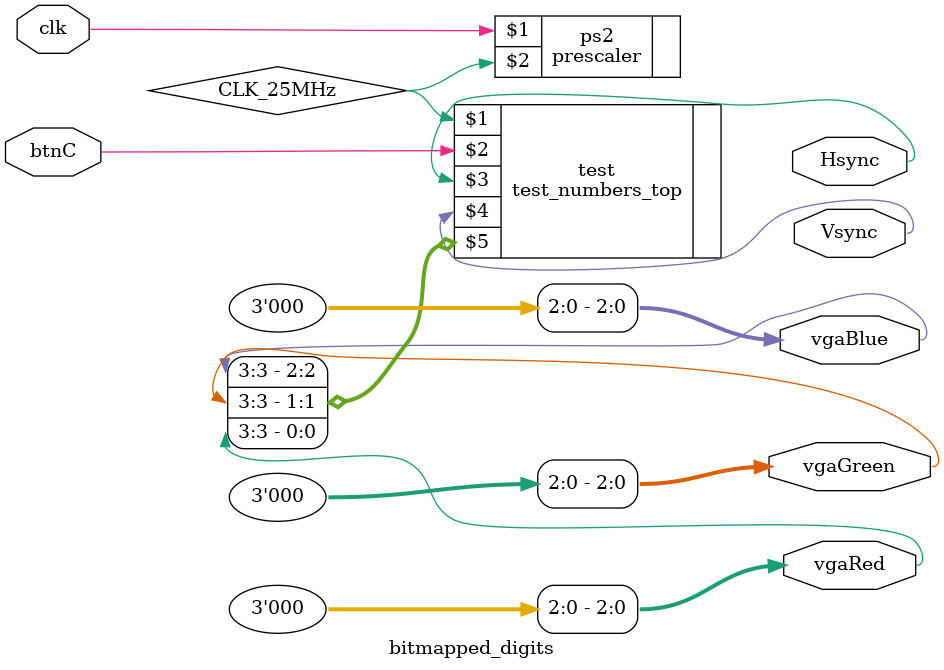
<source format=v>
/**
 * Project: Bitmapped Digits
 *
 * This is the top module that serves as an adaptor for projects in the 8 Bit Workshop
 * to be used on a Basys3 board.
 *
 */

`include "../prescaler.v"
`include "digits10.v"

module bitmapped_digits (
    input  clk,             // 25MHz clock
    input  btnC,            // reset button (center button on Basys3)
    output [3:0] vgaRed,    // VGA display signals
    output [3:0] vgaBlue,
    output [3:0] vgaGreen,
    output Hsync,
    output Vsync
);

    // zero out the top VGA color bits
    assign vgaRed[2:0] = 0;
    assign vgaBlue[2:0] = 0;
    assign vgaGreen[2:0] = 0;

    // 25MHz clock
    wire CLK_25MHz;
    prescaler #(.N(2)) ps2(clk, CLK_25MHz);
    
    // test pattern object
    test_numbers_top test(CLK_25MHz, btnC, Hsync, Vsync, {vgaBlue[3],vgaGreen[3],vgaRed[3]});    

endmodule

</source>
